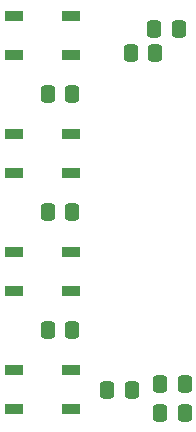
<source format=gtp>
G04 #@! TF.GenerationSoftware,KiCad,Pcbnew,8.0.7*
G04 #@! TF.CreationDate,2025-07-02T20:48:29-04:00*
G04 #@! TF.ProjectId,ESP32_laptop-midi,45535033-325f-46c6-9170-746f702d6d69,rev?*
G04 #@! TF.SameCoordinates,Original*
G04 #@! TF.FileFunction,Paste,Top*
G04 #@! TF.FilePolarity,Positive*
%FSLAX46Y46*%
G04 Gerber Fmt 4.6, Leading zero omitted, Abs format (unit mm)*
G04 Created by KiCad (PCBNEW 8.0.7) date 2025-07-02 20:48:29*
%MOMM*%
%LPD*%
G01*
G04 APERTURE LIST*
G04 Aperture macros list*
%AMRoundRect*
0 Rectangle with rounded corners*
0 $1 Rounding radius*
0 $2 $3 $4 $5 $6 $7 $8 $9 X,Y pos of 4 corners*
0 Add a 4 corners polygon primitive as box body*
4,1,4,$2,$3,$4,$5,$6,$7,$8,$9,$2,$3,0*
0 Add four circle primitives for the rounded corners*
1,1,$1+$1,$2,$3*
1,1,$1+$1,$4,$5*
1,1,$1+$1,$6,$7*
1,1,$1+$1,$8,$9*
0 Add four rect primitives between the rounded corners*
20,1,$1+$1,$2,$3,$4,$5,0*
20,1,$1+$1,$4,$5,$6,$7,0*
20,1,$1+$1,$6,$7,$8,$9,0*
20,1,$1+$1,$8,$9,$2,$3,0*%
G04 Aperture macros list end*
%ADD10RoundRect,0.090000X0.660000X0.360000X-0.660000X0.360000X-0.660000X-0.360000X0.660000X-0.360000X0*%
%ADD11RoundRect,0.250000X-0.337500X-0.475000X0.337500X-0.475000X0.337500X0.475000X-0.337500X0.475000X0*%
%ADD12RoundRect,0.250000X0.337500X0.475000X-0.337500X0.475000X-0.337500X-0.475000X0.337500X-0.475000X0*%
G04 APERTURE END LIST*
D10*
X167950000Y-37650000D03*
X167950000Y-34350000D03*
X163050000Y-34350000D03*
X163050000Y-37650000D03*
X167950000Y-27650000D03*
X167950000Y-24350000D03*
X163050000Y-24350000D03*
X163050000Y-27650000D03*
D11*
X165962500Y-41000000D03*
X168037500Y-41000000D03*
D10*
X167950000Y-47650000D03*
X167950000Y-44350000D03*
X163050000Y-44350000D03*
X163050000Y-47650000D03*
D11*
X165962500Y-51000000D03*
X168037500Y-51000000D03*
X165962500Y-31000000D03*
X168037500Y-31000000D03*
D10*
X167950000Y-57650000D03*
X167950000Y-54350000D03*
X163050000Y-54350000D03*
X163050000Y-57650000D03*
D12*
X173037500Y-56000000D03*
X170962500Y-56000000D03*
X175037500Y-27500000D03*
X172962500Y-27500000D03*
X177037500Y-25500000D03*
X174962500Y-25500000D03*
X177537500Y-58000000D03*
X175462500Y-58000000D03*
D11*
X175462500Y-55500000D03*
X177537500Y-55500000D03*
M02*

</source>
